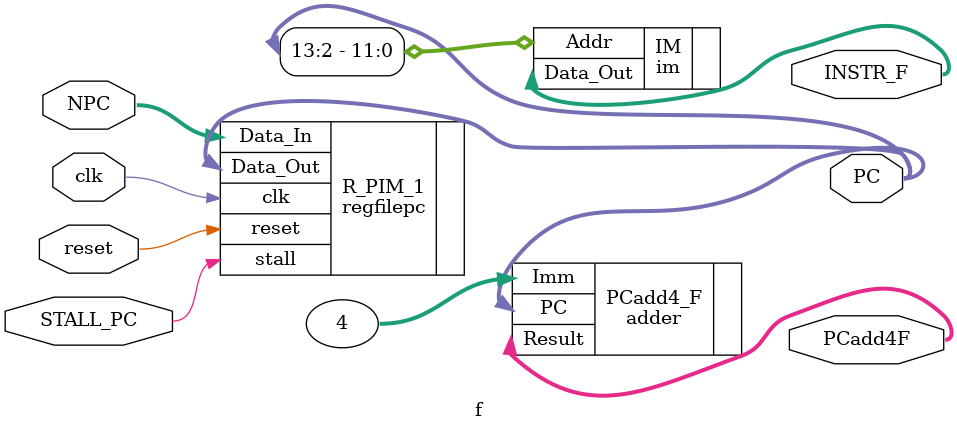
<source format=v>
`timescale 1ns / 1ps
module f(
	input  clk, 
	input  reset,
	input  STALL_PC,
	input  [31:0] NPC,
	output [31:0] INSTR_F,
	output [31:0] PCadd4F,
	output [31:0] PC
    );
	
	// Instantiate the module
regfilepc #(32) R_PIM_1 (.clk(clk), .reset(reset), .stall(STALL_PC), .Data_In(NPC), .Data_Out(PC));

im IM (
    .Addr(PC[13:2]), 
    .Data_Out(INSTR_F)
    );
	 
adder PCadd4_F (
    .PC(PC), 
    .Imm(32'b100), 
    .Result(PCadd4F)
    );


endmodule

</source>
